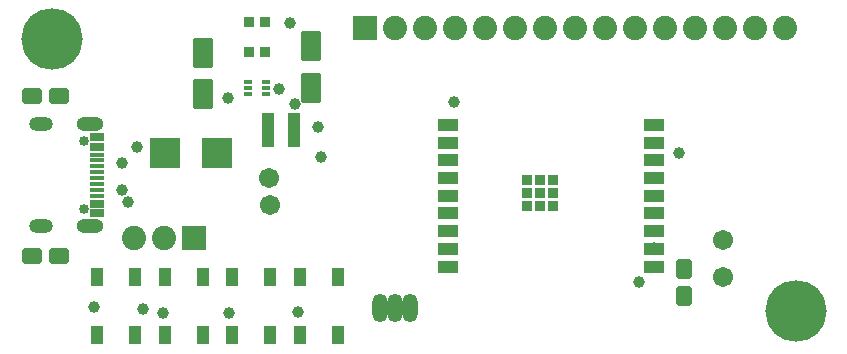
<source format=gbr>
%TF.GenerationSoftware,Altium Limited,Altium Designer,24.0.1 (36)*%
G04 Layer_Color=8388736*
%FSLAX45Y45*%
%MOMM*%
%TF.SameCoordinates,0E29F696-F137-483D-8A73-7D746D5A856F*%
%TF.FilePolarity,Negative*%
%TF.FileFunction,Soldermask,Top*%
%TF.Part,Single*%
G01*
G75*
%TA.AperFunction,BGAPad,CuDef*%
%ADD45R,0.90320X0.90320*%
%TA.AperFunction,SMDPad,CuDef*%
%ADD46R,1.70320X1.10320*%
G04:AMPARAMS|DCode=47|XSize=1.624mm|YSize=1.37mm|CornerRadius=0.14525mm|HoleSize=0mm|Usage=FLASHONLY|Rotation=270.000|XOffset=0mm|YOffset=0mm|HoleType=Round|Shape=RoundedRectangle|*
%AMROUNDEDRECTD47*
21,1,1.62400,1.07950,0,0,270.0*
21,1,1.33350,1.37000,0,0,270.0*
1,1,0.29050,-0.53975,-0.66675*
1,1,0.29050,-0.53975,0.66675*
1,1,0.29050,0.53975,0.66675*
1,1,0.29050,0.53975,-0.66675*
%
%ADD47ROUNDEDRECTD47*%
G04:AMPARAMS|DCode=48|XSize=1.1mm|YSize=1.6mm|CornerRadius=0.125mm|HoleSize=0mm|Usage=FLASHONLY|Rotation=0.000|XOffset=0mm|YOffset=0mm|HoleType=Round|Shape=RoundedRectangle|*
%AMROUNDEDRECTD48*
21,1,1.10000,1.35000,0,0,0.0*
21,1,0.85000,1.60000,0,0,0.0*
1,1,0.25000,0.42500,-0.67500*
1,1,0.25000,-0.42500,-0.67500*
1,1,0.25000,-0.42500,0.67500*
1,1,0.25000,0.42500,0.67500*
%
%ADD48ROUNDEDRECTD48*%
%ADD49R,1.00320X2.90320*%
G04:AMPARAMS|DCode=50|XSize=0.76mm|YSize=0.41mm|CornerRadius=0.07325mm|HoleSize=0mm|Usage=FLASHONLY|Rotation=0.000|XOffset=0mm|YOffset=0mm|HoleType=Round|Shape=RoundedRectangle|*
%AMROUNDEDRECTD50*
21,1,0.76000,0.26350,0,0,0.0*
21,1,0.61350,0.41000,0,0,0.0*
1,1,0.14650,0.30675,-0.13175*
1,1,0.14650,-0.30675,-0.13175*
1,1,0.14650,-0.30675,0.13175*
1,1,0.14650,0.30675,0.13175*
%
%ADD50ROUNDEDRECTD50*%
G04:AMPARAMS|DCode=51|XSize=0.862mm|YSize=0.862mm|CornerRadius=0.0881mm|HoleSize=0mm|Usage=FLASHONLY|Rotation=0.000|XOffset=0mm|YOffset=0mm|HoleType=Round|Shape=RoundedRectangle|*
%AMROUNDEDRECTD51*
21,1,0.86200,0.68580,0,0,0.0*
21,1,0.68580,0.86200,0,0,0.0*
1,1,0.17620,0.34290,-0.34290*
1,1,0.17620,-0.34290,-0.34290*
1,1,0.17620,-0.34290,0.34290*
1,1,0.17620,0.34290,0.34290*
%
%ADD51ROUNDEDRECTD51*%
%ADD52R,2.60320X2.60320*%
G04:AMPARAMS|DCode=53|XSize=2.6mm|YSize=1.7mm|CornerRadius=0.17mm|HoleSize=0mm|Usage=FLASHONLY|Rotation=90.000|XOffset=0mm|YOffset=0mm|HoleType=Round|Shape=RoundedRectangle|*
%AMROUNDEDRECTD53*
21,1,2.60000,1.36000,0,0,90.0*
21,1,2.26000,1.70000,0,0,90.0*
1,1,0.34000,0.68000,1.13000*
1,1,0.34000,0.68000,-1.13000*
1,1,0.34000,-0.68000,-1.13000*
1,1,0.34000,-0.68000,1.13000*
%
%ADD53ROUNDEDRECTD53*%
G04:AMPARAMS|DCode=54|XSize=1.624mm|YSize=1.37mm|CornerRadius=0.14525mm|HoleSize=0mm|Usage=FLASHONLY|Rotation=0.000|XOffset=0mm|YOffset=0mm|HoleType=Round|Shape=RoundedRectangle|*
%AMROUNDEDRECTD54*
21,1,1.62400,1.07950,0,0,0.0*
21,1,1.33350,1.37000,0,0,0.0*
1,1,0.29050,0.66675,-0.53975*
1,1,0.29050,-0.66675,-0.53975*
1,1,0.29050,-0.66675,0.53975*
1,1,0.29050,0.66675,0.53975*
%
%ADD54ROUNDEDRECTD54*%
%TA.AperFunction,ConnectorPad*%
%ADD55R,1.25000X0.40000*%
%ADD56R,1.25000X0.70000*%
%TA.AperFunction,ComponentPad*%
%ADD57C,2.05320*%
%ADD58R,2.05320X2.05320*%
%ADD59O,1.31320X2.42320*%
%ADD60C,0.85320*%
%ADD61O,2.30320X1.20320*%
%ADD62O,2.00320X1.20320*%
%ADD63C,5.20320*%
%TA.AperFunction,ViaPad*%
%ADD64C,1.70320*%
%ADD65C,1.00320*%
D45*
X4586000Y1456000D02*
D03*
X4476000D02*
D03*
X4366000D02*
D03*
Y1236000D02*
D03*
X4476000D02*
D03*
X4586000D02*
D03*
Y1346000D02*
D03*
X4366000D02*
D03*
X4476000D02*
D03*
D46*
X3697000Y726000D02*
D03*
Y876000D02*
D03*
Y1026000D02*
D03*
Y1176000D02*
D03*
Y1326000D02*
D03*
Y1476000D02*
D03*
Y1626000D02*
D03*
Y1776000D02*
D03*
Y1926000D02*
D03*
X5447000D02*
D03*
Y1776000D02*
D03*
Y1626000D02*
D03*
Y1476000D02*
D03*
Y1326000D02*
D03*
Y1176000D02*
D03*
Y1026000D02*
D03*
Y876000D02*
D03*
Y726000D02*
D03*
D47*
X5697220Y477520D02*
D03*
Y706120D02*
D03*
D48*
X1051500Y637880D02*
D03*
Y147880D02*
D03*
X731500Y637880D02*
D03*
Y147880D02*
D03*
X1874500D02*
D03*
Y637880D02*
D03*
X2194500Y147880D02*
D03*
Y637880D02*
D03*
X1623000D02*
D03*
Y147880D02*
D03*
X1303000Y637880D02*
D03*
Y147880D02*
D03*
X2446000D02*
D03*
Y637880D02*
D03*
X2766000Y147880D02*
D03*
Y637880D02*
D03*
D49*
X2176000Y1879600D02*
D03*
X2396000D02*
D03*
D50*
X2009300Y2285200D02*
D03*
Y2235200D02*
D03*
Y2185200D02*
D03*
X2156300D02*
D03*
Y2235200D02*
D03*
Y2285200D02*
D03*
D51*
X2012950Y2540000D02*
D03*
X2152650D02*
D03*
Y2794000D02*
D03*
X2012950D02*
D03*
D52*
X1740480Y1684020D02*
D03*
X1300480D02*
D03*
D53*
X2540000Y2240800D02*
D03*
Y2590800D02*
D03*
X1625600Y2534400D02*
D03*
Y2184400D02*
D03*
D54*
X403860Y2166620D02*
D03*
X175260D02*
D03*
X406400Y812800D02*
D03*
X177800D02*
D03*
D55*
X725500Y1675000D02*
D03*
Y1625000D02*
D03*
Y1575000D02*
D03*
Y1325000D02*
D03*
Y1375000D02*
D03*
Y1425000D02*
D03*
Y1525000D02*
D03*
Y1475000D02*
D03*
D56*
Y1260000D02*
D03*
Y1740000D02*
D03*
Y1180000D02*
D03*
Y1820000D02*
D03*
D57*
X6556000Y2750000D02*
D03*
X6302000D02*
D03*
X4778000D02*
D03*
X4524000D02*
D03*
X4270000D02*
D03*
X4016000D02*
D03*
X3254000D02*
D03*
X3508000D02*
D03*
X3762000D02*
D03*
X5032000D02*
D03*
X5286000D02*
D03*
X5540000D02*
D03*
X5794000D02*
D03*
X6048000D02*
D03*
X1041400Y965200D02*
D03*
X1295400D02*
D03*
D58*
X3000000Y2750000D02*
D03*
X1549400Y965200D02*
D03*
D59*
X3124200Y378285D02*
D03*
X3251200D02*
D03*
X3378200D02*
D03*
D60*
X618000Y1789000D02*
D03*
Y1211000D02*
D03*
D61*
X668000Y1068000D02*
D03*
Y1932000D02*
D03*
D62*
X250000Y1068000D02*
D03*
Y1932000D02*
D03*
D63*
X350000Y2650000D02*
D03*
X6650000Y350000D02*
D03*
D64*
X2184400Y1473200D02*
D03*
X2195800Y1244600D02*
D03*
X6032500Y635000D02*
D03*
Y952500D02*
D03*
D65*
X939800Y1371600D02*
D03*
Y1600200D02*
D03*
X2364740Y2788920D02*
D03*
X2603500Y1905000D02*
D03*
X5654040Y1691640D02*
D03*
X1117600Y365760D02*
D03*
X703700Y386814D02*
D03*
X1287900Y336880D02*
D03*
X1740480Y1684020D02*
D03*
X1836420Y2153920D02*
D03*
X2268220Y2232660D02*
D03*
X5318760Y596900D02*
D03*
X2626360Y1656080D02*
D03*
X3695700Y876300D02*
D03*
X5445760Y881380D02*
D03*
X5447000Y1476000D02*
D03*
X990600Y1270000D02*
D03*
X3754120Y2120900D02*
D03*
X2430900Y342880D02*
D03*
X1846700Y336880D02*
D03*
X2405380Y2103120D02*
D03*
X1063280Y1734820D02*
D03*
%TF.MD5,843afcfd0eee54a48a6051e08186f491*%
M02*

</source>
